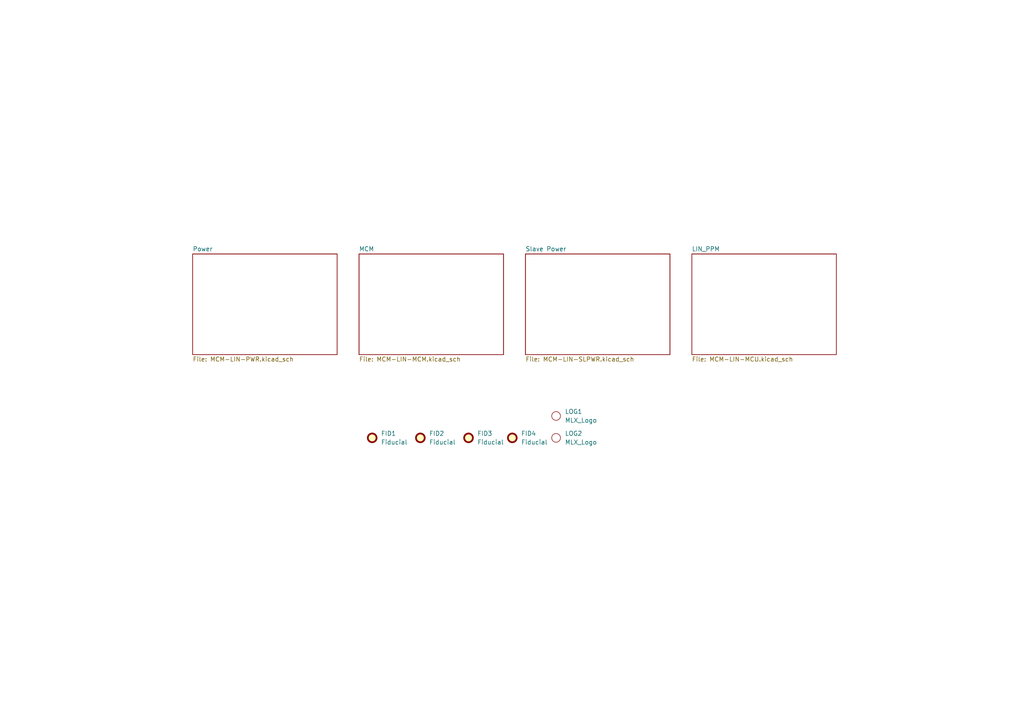
<source format=kicad_sch>
(kicad_sch (version 20250114) (generator "eeschema") (generator_version "9.0")
  (paper "A4")
  (lib_symbols
    (symbol "Mechanical:Fiducial"
      (property "Reference" "FID" (at 0 5.08 0))
      (property "Value" "Fiducial" (at 0 3.175 0))
      (symbol "Fiducial_0_1"
        (circle (center 0 0) (radius 1.27) (stroke (width 0.508)) (fill (type background)))
      )
    )
    (symbol "Melexis:MLX_Logo"
      (property "Reference" "LOG" (at 0 5.08 0))
      (property "Value" "MLX_Logo" (at 2.54 2.54 0))
      (symbol "MLX_Logo_0_1"
        (circle (center 0 0) (radius 1.27))
      )
    )
  )
  (symbol (lib_id "Mechanical:Fiducial") (at 135.89 127 0) (unit 1)
    (property "Reference" "FID3" (at 138.43 125.7299 0) (effects (justify left)))
    (property "Value" "Fiducial" (at 138.43 128.2699 0) (effects (justify left)))
    (property "Footprint" "Fiducial:Fiducial_0.75mm_Mask1.5mm" (effects (hide yes)))
  )
  (symbol (lib_id "Melexis:MLX_Logo") (at 161.29 127 0) (unit 1)
    (property "Reference" "LOG2" (at 163.83 125.7299 0) (effects (justify left)))
    (property "Value" "MLX_Logo" (at 163.83 128.2699 0) (effects (justify left)))
    (property "Footprint" "Melexis:LOGO" (effects (hide yes)))
  )
  (symbol (lib_id "Mechanical:Fiducial") (at 121.92 127 0) (unit 1)
    (property "Reference" "FID2" (at 124.46 125.7299 0) (effects (justify left)))
    (property "Value" "Fiducial" (at 124.46 128.2699 0) (effects (justify left)))
    (property "Footprint" "Fiducial:Fiducial_0.75mm_Mask1.5mm" (effects (hide yes)))
  )
  (symbol (lib_id "Mechanical:Fiducial") (at 148.59 127 0) (unit 1)
    (property "Reference" "FID4" (at 151.13 125.7299 0) (effects (justify left)))
    (property "Value" "Fiducial" (at 151.13 128.2699 0) (effects (justify left)))
    (property "Footprint" "Fiducial:Fiducial_0.75mm_Mask1.5mm" (effects (hide yes)))
  )
  (symbol (lib_id "Mechanical:Fiducial") (at 107.95 127 0) (unit 1)
    (property "Reference" "FID1" (at 110.49 125.7299 0) (effects (justify left)))
    (property "Value" "Fiducial" (at 110.49 128.2699 0) (effects (justify left)))
    (property "Footprint" "Fiducial:Fiducial_0.75mm_Mask1.5mm" (effects (hide yes)))
  )
  (symbol (lib_id "Melexis:MLX_Logo") (at 161.29 120.65 0) (unit 1)
    (property "Reference" "LOG1" (at 163.83 119.3799 0) (effects (justify left)))
    (property "Value" "MLX_Logo" (at 163.83 121.9199 0) (effects (justify left)))
    (property "Footprint" "Melexis:LOGO-SILK" (effects (hide yes)))
  )
  (sheet (at 152.4 73.66) (size 41.91 29.21) (stroke (width 0.1524))
    (property "Sheetname" "Slave Power" (at 152.4 72.9484 0) (effects (justify left bottom)))
    (property "Sheetfile" "MCM-LIN-SLPWR.kicad_sch" (at 152.4 103.4546 0) (effects (justify left top)))
  )
  (sheet (at 55.88 73.66) (size 41.91 29.21) (stroke (width 0.1524))
    (property "Sheetname" "Power" (at 55.88 72.9484 0) (effects (justify left bottom)))
    (property "Sheetfile" "MCM-LIN-PWR.kicad_sch" (at 55.88 103.4546 0) (effects (justify left top)))
  )
  (sheet (at 200.66 73.66) (size 41.91 29.21) (stroke (width 0.1524))
    (property "Sheetname" "LIN_PPM" (at 200.66 72.9484 0) (effects (justify left bottom)))
    (property "Sheetfile" "MCM-LIN-MCU.kicad_sch" (at 200.66 103.4546 0) (effects (justify left top)))
  )
  (sheet (at 104.14 73.66) (size 41.91 29.21) (stroke (width 0.1524))
    (property "Sheetname" "MCM" (at 104.14 72.9484 0) (effects (justify left bottom)))
    (property "Sheetfile" "MCM-LIN-MCM.kicad_sch" (at 104.14 103.4546 0) (effects (justify left top)))
  )
)
</source>
